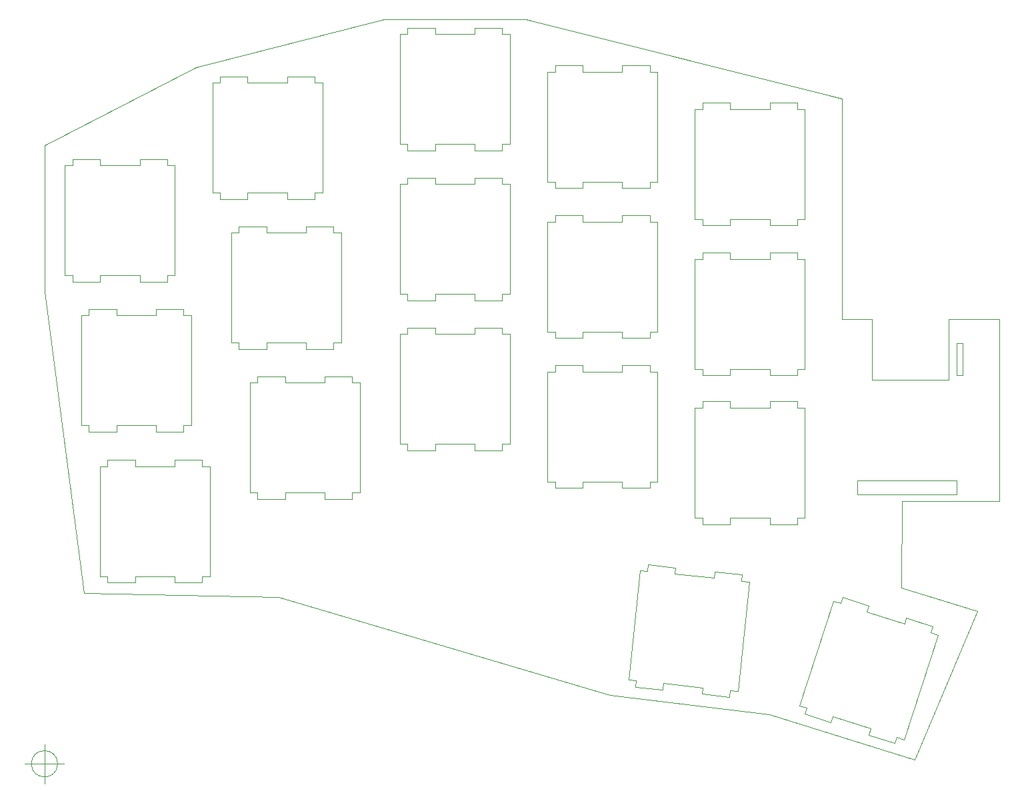
<source format=gm1>
%TF.GenerationSoftware,KiCad,Pcbnew,(6.0.7)*%
%TF.CreationDate,2022-09-04T15:46:55+09:00*%
%TF.ProjectId,selen_plate,73656c65-6e5f-4706-9c61-74652e6b6963,rev?*%
%TF.SameCoordinates,Original*%
%TF.FileFunction,Profile,NP*%
%FSLAX46Y46*%
G04 Gerber Fmt 4.6, Leading zero omitted, Abs format (unit mm)*
G04 Created by KiCad (PCBNEW (6.0.7)) date 2022-09-04 15:46:55*
%MOMM*%
%LPD*%
G01*
G04 APERTURE LIST*
%TA.AperFunction,Profile*%
%ADD10C,0.100000*%
%TD*%
G04 APERTURE END LIST*
D10*
X111760106Y-126172740D02*
X111760106Y-126172740D01*
X102261458Y-111400000D02*
X98761413Y-111400000D01*
X107290612Y-126995946D02*
X110790658Y-126995946D01*
X107290612Y-126995946D02*
X107290612Y-126995946D01*
X110790658Y-126172740D02*
X110790658Y-126172740D01*
X107290608Y-111400000D02*
X107290608Y-112202534D01*
X110790654Y-112202534D02*
X110790654Y-111400000D01*
X102261458Y-112202534D02*
X102261458Y-111400000D01*
X102261458Y-111400000D02*
X102261458Y-111400000D01*
X97789895Y-112202534D02*
X97789895Y-112202534D01*
X107290608Y-112202534D02*
X107290608Y-112202534D01*
X102261462Y-126995946D02*
X102261462Y-126172740D01*
X98761416Y-126995946D02*
X98761416Y-126995946D01*
X107290612Y-126172740D02*
X107290612Y-126995946D01*
X102261462Y-126172740D02*
X107290612Y-126172740D01*
X98761413Y-112202534D02*
X98761413Y-112202534D01*
X98761416Y-126995946D02*
X102261462Y-126995946D01*
X110790654Y-111400000D02*
X110790654Y-111400000D01*
X107290612Y-126172740D02*
X107290612Y-126172740D01*
X111760106Y-126172740D02*
X111760106Y-112202534D01*
X98761416Y-126172740D02*
X98761416Y-126995946D01*
X110790658Y-126995946D02*
X110790658Y-126995946D01*
X102261462Y-126172740D02*
X102261462Y-126172740D01*
X97789895Y-112202534D02*
X97789899Y-126172740D01*
X98761413Y-111400000D02*
X98761413Y-111400000D01*
X110790658Y-126995946D02*
X110790658Y-126172740D01*
X98761413Y-111400000D02*
X98761413Y-112202534D01*
X102261462Y-126995946D02*
X102261462Y-126995946D01*
X97789899Y-126172740D02*
X98761416Y-126172740D01*
X111760106Y-112202534D02*
X110790654Y-112202534D01*
X110790658Y-126172740D02*
X111760106Y-126172740D01*
X111760106Y-112202534D02*
X111760106Y-112202534D01*
X110790654Y-112202534D02*
X110790654Y-112202534D01*
X110790654Y-111400000D02*
X107290608Y-111400000D01*
X98761413Y-112202534D02*
X97789895Y-112202534D01*
X107290608Y-111400000D02*
X107290608Y-111400000D01*
X102261458Y-112202534D02*
X102261458Y-112202534D01*
X98761416Y-126172740D02*
X98761416Y-126172740D01*
X107290608Y-112202534D02*
X102261458Y-112202534D01*
X145390612Y-72091723D02*
X148890658Y-72091723D01*
X135889895Y-57298311D02*
X135889895Y-57298311D01*
X140361462Y-72091723D02*
X140361462Y-71268517D01*
X145390612Y-71268517D02*
X145390612Y-72091723D01*
X145390612Y-72091723D02*
X145390612Y-72091723D01*
X136861416Y-72091723D02*
X136861416Y-72091723D01*
X136861413Y-57298311D02*
X136861413Y-57298311D01*
X148890658Y-72091723D02*
X148890658Y-71268517D01*
X136861416Y-72091723D02*
X140361462Y-72091723D01*
X145390612Y-71268517D02*
X145390612Y-71268517D01*
X149860106Y-71268517D02*
X149860106Y-57298311D01*
X136861416Y-71268517D02*
X136861416Y-72091723D01*
X149860106Y-71268517D02*
X149860106Y-71268517D01*
X148890654Y-56495777D02*
X148890654Y-56495777D01*
X145390608Y-56495777D02*
X145390608Y-57298311D01*
X148890654Y-57298311D02*
X148890654Y-56495777D01*
X135889895Y-57298311D02*
X135889899Y-71268517D01*
X148890658Y-71268517D02*
X149860106Y-71268517D01*
X136861413Y-56495777D02*
X136861413Y-56495777D01*
X148890654Y-57298311D02*
X148890654Y-57298311D01*
X136861413Y-57298311D02*
X135889895Y-57298311D01*
X140361458Y-56495777D02*
X140361458Y-56495777D01*
X135889899Y-71268517D02*
X136861416Y-71268517D01*
X149860106Y-57298311D02*
X148890654Y-57298311D01*
X136861413Y-56495777D02*
X136861413Y-57298311D01*
X145390608Y-57298311D02*
X140361458Y-57298311D01*
X148890658Y-71268517D02*
X148890658Y-71268517D01*
X140361458Y-56495777D02*
X136861413Y-56495777D01*
X148890654Y-56495777D02*
X145390608Y-56495777D01*
X145390608Y-57298311D02*
X145390608Y-57298311D01*
X140361462Y-72091723D02*
X140361462Y-72091723D01*
X145390608Y-56495777D02*
X145390608Y-56495777D01*
X140361458Y-57298311D02*
X140361458Y-56495777D01*
X148890658Y-72091723D02*
X148890658Y-72091723D01*
X136861416Y-71268517D02*
X136861416Y-71268517D01*
X140361462Y-71268517D02*
X140361462Y-71268517D01*
X149860106Y-57298311D02*
X149860106Y-57298311D01*
X140361458Y-57298311D02*
X140361458Y-57298311D01*
X140361462Y-71268517D02*
X145390612Y-71268517D01*
X116548962Y-77459767D02*
X121578112Y-77459767D01*
X116548958Y-63489561D02*
X116548958Y-63489561D01*
X126047606Y-63489561D02*
X126047606Y-63489561D01*
X125078158Y-78282973D02*
X125078158Y-78282973D01*
X121578108Y-62687027D02*
X121578108Y-62687027D01*
X116548962Y-78282973D02*
X116548962Y-78282973D01*
X125078154Y-62687027D02*
X121578108Y-62687027D01*
X116548958Y-62687027D02*
X113048913Y-62687027D01*
X121578108Y-63489561D02*
X116548958Y-63489561D01*
X113048913Y-62687027D02*
X113048913Y-63489561D01*
X126047606Y-63489561D02*
X125078154Y-63489561D01*
X112077399Y-77459767D02*
X113048916Y-77459767D01*
X116548958Y-62687027D02*
X116548958Y-62687027D01*
X113048913Y-63489561D02*
X112077395Y-63489561D01*
X125078154Y-63489561D02*
X125078154Y-63489561D01*
X113048913Y-62687027D02*
X113048913Y-62687027D01*
X125078158Y-77459767D02*
X126047606Y-77459767D01*
X121578108Y-62687027D02*
X121578108Y-63489561D01*
X125078154Y-62687027D02*
X125078154Y-62687027D01*
X112077395Y-63489561D02*
X112077399Y-77459767D01*
X126047606Y-77459767D02*
X126047606Y-77459767D01*
X116548962Y-77459767D02*
X116548962Y-77459767D01*
X113048916Y-77459767D02*
X113048916Y-78282973D01*
X126047606Y-77459767D02*
X126047606Y-63489561D01*
X121578112Y-77459767D02*
X121578112Y-77459767D01*
X113048916Y-77459767D02*
X113048916Y-77459767D01*
X113048916Y-78282973D02*
X116548962Y-78282973D01*
X125078158Y-78282973D02*
X125078158Y-77459767D01*
X113048913Y-63489561D02*
X113048913Y-63489561D01*
X113048916Y-78282973D02*
X113048916Y-78282973D01*
X121578112Y-78282973D02*
X121578112Y-78282973D01*
X121578112Y-77459767D02*
X121578112Y-78282973D01*
X116548962Y-78282973D02*
X116548962Y-77459767D01*
X121578108Y-63489561D02*
X121578108Y-63489561D01*
X116548958Y-63489561D02*
X116548958Y-62687027D01*
X125078158Y-77459767D02*
X125078158Y-77459767D01*
X112077395Y-63489561D02*
X112077395Y-63489561D01*
X125078154Y-63489561D02*
X125078154Y-62687027D01*
X121578112Y-78282973D02*
X125078158Y-78282973D01*
X104909358Y-93017061D02*
X99880208Y-93017061D01*
X96380166Y-106987267D02*
X96380166Y-106987267D01*
X99880208Y-93017061D02*
X99880208Y-93017061D01*
X104909358Y-92214527D02*
X104909358Y-92214527D01*
X108409404Y-92214527D02*
X104909358Y-92214527D01*
X108409404Y-93017061D02*
X108409404Y-93017061D01*
X109378856Y-93017061D02*
X109378856Y-93017061D01*
X108409408Y-106987267D02*
X109378856Y-106987267D01*
X95408649Y-106987267D02*
X96380166Y-106987267D01*
X99880212Y-107810473D02*
X99880212Y-107810473D01*
X96380163Y-92214527D02*
X96380163Y-93017061D01*
X108409408Y-107810473D02*
X108409408Y-106987267D01*
X96380163Y-92214527D02*
X96380163Y-92214527D01*
X95408645Y-93017061D02*
X95408649Y-106987267D01*
X99880212Y-106987267D02*
X99880212Y-106987267D01*
X108409408Y-107810473D02*
X108409408Y-107810473D01*
X96380166Y-106987267D02*
X96380166Y-107810473D01*
X109378856Y-106987267D02*
X109378856Y-93017061D01*
X96380166Y-107810473D02*
X99880212Y-107810473D01*
X99880212Y-106987267D02*
X104909362Y-106987267D01*
X104909362Y-106987267D02*
X104909362Y-107810473D01*
X96380166Y-107810473D02*
X96380166Y-107810473D01*
X99880212Y-107810473D02*
X99880212Y-106987267D01*
X104909362Y-106987267D02*
X104909362Y-106987267D01*
X104909358Y-93017061D02*
X104909358Y-93017061D01*
X99880208Y-92214527D02*
X99880208Y-92214527D01*
X108409404Y-93017061D02*
X108409404Y-92214527D01*
X109378856Y-93017061D02*
X108409404Y-93017061D01*
X96380163Y-93017061D02*
X95408645Y-93017061D01*
X104909358Y-92214527D02*
X104909358Y-93017061D01*
X96380163Y-93017061D02*
X96380163Y-93017061D01*
X108409404Y-92214527D02*
X108409404Y-92214527D01*
X108409408Y-106987267D02*
X108409408Y-106987267D01*
X104909362Y-107810473D02*
X104909362Y-107810473D01*
X104909362Y-107810473D02*
X108409408Y-107810473D01*
X99880208Y-93017061D02*
X99880208Y-92214527D01*
X99880208Y-92214527D02*
X96380163Y-92214527D01*
X109378856Y-106987267D02*
X109378856Y-106987267D01*
X95408645Y-93017061D02*
X95408645Y-93017061D01*
X159093958Y-62060811D02*
X159093958Y-62060811D01*
X159093962Y-76854223D02*
X159093962Y-76854223D01*
X159093958Y-61258277D02*
X159093958Y-61258277D01*
X159093962Y-76854223D02*
X159093962Y-76031017D01*
X167623154Y-61258277D02*
X167623154Y-61258277D01*
X164123112Y-76031017D02*
X164123112Y-76854223D01*
X168592606Y-76031017D02*
X168592606Y-76031017D01*
X155593916Y-76031017D02*
X155593916Y-76031017D01*
X155593913Y-62060811D02*
X155593913Y-62060811D01*
X164123108Y-62060811D02*
X164123108Y-62060811D01*
X155593916Y-76854223D02*
X159093962Y-76854223D01*
X167623154Y-61258277D02*
X164123108Y-61258277D01*
X164123108Y-61258277D02*
X164123108Y-62060811D01*
X164123112Y-76031017D02*
X164123112Y-76031017D01*
X159093958Y-61258277D02*
X155593913Y-61258277D01*
X167623158Y-76031017D02*
X167623158Y-76031017D01*
X167623158Y-76854223D02*
X167623158Y-76031017D01*
X159093962Y-76031017D02*
X164123112Y-76031017D01*
X167623154Y-62060811D02*
X167623154Y-62060811D01*
X155593913Y-62060811D02*
X154622395Y-62060811D01*
X155593916Y-76031017D02*
X155593916Y-76854223D01*
X167623158Y-76854223D02*
X167623158Y-76854223D01*
X167623158Y-76031017D02*
X168592606Y-76031017D01*
X159093962Y-76031017D02*
X159093962Y-76031017D01*
X155593913Y-61258277D02*
X155593913Y-62060811D01*
X168592606Y-62060811D02*
X168592606Y-62060811D01*
X168592606Y-62060811D02*
X167623154Y-62060811D01*
X159093958Y-62060811D02*
X159093958Y-61258277D01*
X154622399Y-76031017D02*
X155593916Y-76031017D01*
X155593913Y-61258277D02*
X155593913Y-61258277D01*
X168592606Y-76031017D02*
X168592606Y-62060811D01*
X164123108Y-61258277D02*
X164123108Y-61258277D01*
X155593916Y-76854223D02*
X155593916Y-76854223D01*
X164123108Y-62060811D02*
X159093958Y-62060811D01*
X164123112Y-76854223D02*
X164123112Y-76854223D01*
X167623154Y-62060811D02*
X167623154Y-61258277D01*
X164123112Y-76854223D02*
X167623158Y-76854223D01*
X154622395Y-62060811D02*
X154622399Y-76031017D01*
X154622395Y-62060811D02*
X154622395Y-62060811D01*
X179377860Y-125970026D02*
X179377860Y-125970026D01*
X165870347Y-139404442D02*
X165870347Y-139404442D01*
X177747643Y-141480536D02*
X177747643Y-141480536D01*
X167330629Y-125510766D02*
X167330629Y-125510766D01*
X164904152Y-139302891D02*
X165870347Y-139404442D01*
X179377860Y-125970026D02*
X175896987Y-125604172D01*
X170895388Y-125078482D02*
X170895388Y-125078482D01*
X169265171Y-140588993D02*
X169265171Y-140588993D01*
X174266771Y-141114682D02*
X177747643Y-141480536D01*
X170895388Y-125078482D02*
X167414516Y-124712628D01*
X169351220Y-139770296D02*
X174352820Y-140295986D01*
X165784299Y-140223138D02*
X169265171Y-140588993D01*
X178797829Y-140763175D02*
X180258113Y-126869499D01*
X174352820Y-140295986D02*
X174266771Y-141114682D01*
X179293972Y-126768164D02*
X179377860Y-125970026D01*
X167414516Y-124712628D02*
X167330629Y-125510766D01*
X169351220Y-139770296D02*
X169351220Y-139770296D01*
X178797829Y-140763175D02*
X178797829Y-140763175D01*
X175896987Y-125604172D02*
X175896987Y-125604172D01*
X167330629Y-125510766D02*
X166364433Y-125409214D01*
X167414516Y-124712628D02*
X167414516Y-124712628D01*
X165870347Y-139404442D02*
X165784299Y-140223138D01*
X175813100Y-126402309D02*
X175813100Y-126402309D01*
X166364433Y-125409214D02*
X164904152Y-139302891D01*
X177833692Y-140661840D02*
X177833692Y-140661840D01*
X175896987Y-125604172D02*
X175813100Y-126402309D01*
X177833692Y-140661840D02*
X178797829Y-140763175D01*
X177747643Y-141480536D02*
X177833692Y-140661840D01*
X170811500Y-125876620D02*
X170811500Y-125876620D01*
X174352820Y-140295986D02*
X174352820Y-140295986D01*
X180258113Y-126869499D02*
X179293972Y-126768164D01*
X180258113Y-126869499D02*
X180258113Y-126869499D01*
X165784299Y-140223138D02*
X165784299Y-140223138D01*
X169265171Y-140588993D02*
X169351220Y-139770296D01*
X174266771Y-141114682D02*
X174266771Y-141114682D01*
X175813100Y-126402309D02*
X170811500Y-125876620D01*
X170811500Y-125876620D02*
X170895388Y-125078482D01*
X179293972Y-126768164D02*
X179293972Y-126768164D01*
X166364433Y-125409214D02*
X166364433Y-125409214D01*
X177826462Y-100666723D02*
X177826462Y-100666723D01*
X186355654Y-85070777D02*
X186355654Y-85070777D01*
X174326416Y-99843517D02*
X174326416Y-99843517D01*
X186355658Y-100666723D02*
X186355658Y-100666723D01*
X174326413Y-85873311D02*
X174326413Y-85873311D01*
X177826458Y-85873311D02*
X177826458Y-85070777D01*
X186355654Y-85070777D02*
X182855608Y-85070777D01*
X177826458Y-85070777D02*
X177826458Y-85070777D01*
X177826458Y-85070777D02*
X174326413Y-85070777D01*
X186355658Y-99843517D02*
X186355658Y-99843517D01*
X187325106Y-99843517D02*
X187325106Y-85873311D01*
X182855612Y-99843517D02*
X182855612Y-100666723D01*
X186355654Y-85873311D02*
X186355654Y-85070777D01*
X174326413Y-85070777D02*
X174326413Y-85873311D01*
X182855612Y-99843517D02*
X182855612Y-99843517D01*
X177826462Y-99843517D02*
X177826462Y-99843517D01*
X177826462Y-100666723D02*
X177826462Y-99843517D01*
X174326413Y-85873311D02*
X173354895Y-85873311D01*
X177826458Y-85873311D02*
X177826458Y-85873311D01*
X182855608Y-85070777D02*
X182855608Y-85070777D01*
X174326413Y-85070777D02*
X174326413Y-85070777D01*
X173354899Y-99843517D02*
X174326416Y-99843517D01*
X177826462Y-99843517D02*
X182855612Y-99843517D01*
X182855608Y-85070777D02*
X182855608Y-85873311D01*
X174326416Y-99843517D02*
X174326416Y-100666723D01*
X186355658Y-99843517D02*
X187325106Y-99843517D01*
X174326416Y-100666723D02*
X177826462Y-100666723D01*
X187325106Y-85873311D02*
X186355654Y-85873311D01*
X187325106Y-85873311D02*
X187325106Y-85873311D01*
X182855608Y-85873311D02*
X182855608Y-85873311D01*
X186355658Y-100666723D02*
X186355658Y-99843517D01*
X173354895Y-85873311D02*
X173354899Y-99843517D01*
X174326416Y-100666723D02*
X174326416Y-100666723D01*
X182855612Y-100666723D02*
X182855612Y-100666723D01*
X187325106Y-99843517D02*
X187325106Y-99843517D01*
X182855608Y-85873311D02*
X177826458Y-85873311D01*
X186355654Y-85873311D02*
X186355654Y-85873311D01*
X173354895Y-85873311D02*
X173354895Y-85873311D01*
X182855612Y-100666723D02*
X186355658Y-100666723D01*
X154622395Y-81110811D02*
X154622395Y-81110811D01*
X164123112Y-95904223D02*
X167623158Y-95904223D01*
X167623154Y-81110811D02*
X167623154Y-80308277D01*
X164123112Y-95904223D02*
X164123112Y-95904223D01*
X155593916Y-95904223D02*
X155593916Y-95904223D01*
X155593913Y-80308277D02*
X155593913Y-80308277D01*
X154622399Y-95081017D02*
X155593916Y-95081017D01*
X168592606Y-81110811D02*
X167623154Y-81110811D01*
X168592606Y-81110811D02*
X168592606Y-81110811D01*
X155593913Y-80308277D02*
X155593913Y-81110811D01*
X159093962Y-95081017D02*
X159093962Y-95081017D01*
X167623158Y-95081017D02*
X168592606Y-95081017D01*
X155593916Y-95081017D02*
X155593916Y-95904223D01*
X155593913Y-81110811D02*
X154622395Y-81110811D01*
X154622395Y-81110811D02*
X154622399Y-95081017D01*
X164123108Y-81110811D02*
X159093958Y-81110811D01*
X167623154Y-81110811D02*
X167623154Y-81110811D01*
X159093962Y-95081017D02*
X164123112Y-95081017D01*
X167623158Y-95081017D02*
X167623158Y-95081017D01*
X159093958Y-80308277D02*
X155593913Y-80308277D01*
X164123112Y-95081017D02*
X164123112Y-95081017D01*
X164123108Y-80308277D02*
X164123108Y-81110811D01*
X167623154Y-80308277D02*
X164123108Y-80308277D01*
X155593916Y-95904223D02*
X159093962Y-95904223D01*
X164123108Y-80308277D02*
X164123108Y-80308277D01*
X168592606Y-95081017D02*
X168592606Y-81110811D01*
X164123108Y-81110811D02*
X164123108Y-81110811D01*
X167623158Y-95904223D02*
X167623158Y-95081017D01*
X159093958Y-81110811D02*
X159093958Y-80308277D01*
X155593913Y-81110811D02*
X155593913Y-81110811D01*
X167623158Y-95904223D02*
X167623158Y-95904223D01*
X168592606Y-95081017D02*
X168592606Y-95081017D01*
X155593916Y-95081017D02*
X155593916Y-95081017D01*
X164123112Y-95081017D02*
X164123112Y-95904223D01*
X167623154Y-80308277D02*
X167623154Y-80308277D01*
X159093962Y-95904223D02*
X159093962Y-95081017D01*
X159093962Y-95904223D02*
X159093962Y-95904223D01*
X159093958Y-80308277D02*
X159093958Y-80308277D01*
X159093958Y-81110811D02*
X159093958Y-81110811D01*
X140361462Y-90318517D02*
X145390612Y-90318517D01*
X140361458Y-76348311D02*
X140361458Y-76348311D01*
X149860106Y-76348311D02*
X149860106Y-76348311D01*
X136861416Y-90318517D02*
X136861416Y-90318517D01*
X148890658Y-91141723D02*
X148890658Y-91141723D01*
X140361458Y-76348311D02*
X140361458Y-75545777D01*
X145390608Y-76348311D02*
X145390608Y-76348311D01*
X148890654Y-75545777D02*
X145390608Y-75545777D01*
X140361458Y-75545777D02*
X136861413Y-75545777D01*
X148890658Y-90318517D02*
X148890658Y-90318517D01*
X136861413Y-75545777D02*
X136861413Y-76348311D01*
X149860106Y-76348311D02*
X148890654Y-76348311D01*
X135889899Y-90318517D02*
X136861416Y-90318517D01*
X145390608Y-76348311D02*
X140361458Y-76348311D01*
X136861413Y-76348311D02*
X135889895Y-76348311D01*
X145390608Y-75545777D02*
X145390608Y-75545777D01*
X148890658Y-90318517D02*
X149860106Y-90318517D01*
X135889895Y-76348311D02*
X135889899Y-90318517D01*
X148890654Y-76348311D02*
X148890654Y-75545777D01*
X140361462Y-91141723D02*
X140361462Y-91141723D01*
X145390608Y-75545777D02*
X145390608Y-76348311D01*
X148890654Y-75545777D02*
X148890654Y-75545777D01*
X149860106Y-90318517D02*
X149860106Y-90318517D01*
X136861416Y-90318517D02*
X136861416Y-91141723D01*
X149860106Y-90318517D02*
X149860106Y-76348311D01*
X140361462Y-90318517D02*
X140361462Y-90318517D01*
X145390612Y-90318517D02*
X145390612Y-90318517D01*
X136861416Y-91141723D02*
X140361462Y-91141723D01*
X148890658Y-91141723D02*
X148890658Y-90318517D01*
X136861413Y-76348311D02*
X136861413Y-76348311D01*
X136861416Y-91141723D02*
X136861416Y-91141723D01*
X136861413Y-75545777D02*
X136861413Y-75545777D01*
X145390612Y-91141723D02*
X145390612Y-91141723D01*
X148890654Y-76348311D02*
X148890654Y-76348311D01*
X145390612Y-90318517D02*
X145390612Y-91141723D01*
X140361462Y-91141723D02*
X140361462Y-90318517D01*
X140361458Y-75545777D02*
X140361458Y-75545777D01*
X135889895Y-76348311D02*
X135889895Y-76348311D01*
X145390612Y-91141723D02*
X148890658Y-91141723D01*
X121311458Y-101589561D02*
X121311458Y-101589561D01*
X126340608Y-100787027D02*
X126340608Y-100787027D01*
X117811413Y-101589561D02*
X116839895Y-101589561D01*
X129840654Y-100787027D02*
X126340608Y-100787027D01*
X129840654Y-101589561D02*
X129840654Y-101589561D01*
X129840658Y-115559767D02*
X130810106Y-115559767D01*
X130810106Y-101589561D02*
X129840654Y-101589561D01*
X116839899Y-115559767D02*
X117811416Y-115559767D01*
X121311462Y-116382973D02*
X121311462Y-116382973D01*
X117811416Y-115559767D02*
X117811416Y-115559767D01*
X117811413Y-100787027D02*
X117811413Y-101589561D01*
X117811413Y-100787027D02*
X117811413Y-100787027D01*
X116839895Y-101589561D02*
X116839899Y-115559767D01*
X121311462Y-115559767D02*
X121311462Y-115559767D01*
X117811416Y-115559767D02*
X117811416Y-116382973D01*
X130810106Y-115559767D02*
X130810106Y-101589561D01*
X126340612Y-115559767D02*
X126340612Y-115559767D01*
X117811416Y-116382973D02*
X121311462Y-116382973D01*
X129840658Y-116382973D02*
X129840658Y-115559767D01*
X117811413Y-101589561D02*
X117811413Y-101589561D01*
X121311462Y-115559767D02*
X126340612Y-115559767D01*
X126340612Y-115559767D02*
X126340612Y-116382973D01*
X130810106Y-101589561D02*
X130810106Y-101589561D01*
X117811416Y-116382973D02*
X117811416Y-116382973D01*
X126340608Y-101589561D02*
X121311458Y-101589561D01*
X121311462Y-116382973D02*
X121311462Y-115559767D01*
X126340608Y-101589561D02*
X126340608Y-101589561D01*
X121311458Y-100787027D02*
X121311458Y-100787027D01*
X126340608Y-100787027D02*
X126340608Y-101589561D01*
X121311458Y-101589561D02*
X121311458Y-100787027D01*
X129840658Y-115559767D02*
X129840658Y-115559767D01*
X126340612Y-116382973D02*
X126340612Y-116382973D01*
X129840658Y-116382973D02*
X129840658Y-116382973D01*
X116839895Y-101589561D02*
X116839895Y-101589561D01*
X129840654Y-101589561D02*
X129840654Y-100787027D01*
X126340612Y-116382973D02*
X129840658Y-116382973D01*
X121311458Y-100787027D02*
X117811413Y-100787027D01*
X129840654Y-100787027D02*
X129840654Y-100787027D01*
X130810106Y-115559767D02*
X130810106Y-115559767D01*
X159093958Y-100160811D02*
X159093958Y-100160811D01*
X159093962Y-114954223D02*
X159093962Y-114954223D01*
X167623154Y-99358277D02*
X167623154Y-99358277D01*
X159093958Y-99358277D02*
X159093958Y-99358277D01*
X155593916Y-114131017D02*
X155593916Y-114131017D01*
X167623158Y-114954223D02*
X167623158Y-114954223D01*
X155593913Y-100160811D02*
X155593913Y-100160811D01*
X159093958Y-100160811D02*
X159093958Y-99358277D01*
X164123108Y-100160811D02*
X164123108Y-100160811D01*
X167623154Y-99358277D02*
X164123108Y-99358277D01*
X164123108Y-99358277D02*
X164123108Y-100160811D01*
X159093958Y-99358277D02*
X155593913Y-99358277D01*
X167623158Y-114131017D02*
X167623158Y-114131017D01*
X168592606Y-114131017D02*
X168592606Y-100160811D01*
X164123112Y-114131017D02*
X164123112Y-114131017D01*
X164123108Y-100160811D02*
X159093958Y-100160811D01*
X155593913Y-100160811D02*
X154622395Y-100160811D01*
X164123108Y-99358277D02*
X164123108Y-99358277D01*
X159093962Y-114131017D02*
X164123112Y-114131017D01*
X155593916Y-114131017D02*
X155593916Y-114954223D01*
X167623158Y-114131017D02*
X168592606Y-114131017D01*
X159093962Y-114131017D02*
X159093962Y-114131017D01*
X155593913Y-99358277D02*
X155593913Y-100160811D01*
X155593916Y-114954223D02*
X159093962Y-114954223D01*
X168592606Y-100160811D02*
X168592606Y-100160811D01*
X167623158Y-114954223D02*
X167623158Y-114131017D01*
X168592606Y-100160811D02*
X167623154Y-100160811D01*
X154622399Y-114131017D02*
X155593916Y-114131017D01*
X154622395Y-100160811D02*
X154622399Y-114131017D01*
X155593916Y-114954223D02*
X155593916Y-114954223D01*
X155593913Y-99358277D02*
X155593913Y-99358277D01*
X164123112Y-114954223D02*
X164123112Y-114954223D01*
X167623154Y-100160811D02*
X167623154Y-99358277D01*
X168592606Y-114131017D02*
X168592606Y-114131017D01*
X167623154Y-100160811D02*
X167623154Y-100160811D01*
X164123112Y-114131017D02*
X164123112Y-114954223D01*
X159093962Y-114954223D02*
X159093962Y-114131017D01*
X154622395Y-100160811D02*
X154622395Y-100160811D01*
X164123112Y-114954223D02*
X167623158Y-114954223D01*
X145390612Y-110191723D02*
X148890658Y-110191723D01*
X135889895Y-95398311D02*
X135889895Y-95398311D01*
X140361462Y-110191723D02*
X140361462Y-109368517D01*
X145390612Y-109368517D02*
X145390612Y-110191723D01*
X148890654Y-95398311D02*
X148890654Y-95398311D01*
X145390612Y-110191723D02*
X145390612Y-110191723D01*
X136861413Y-94595777D02*
X136861413Y-94595777D01*
X136861416Y-110191723D02*
X136861416Y-110191723D01*
X148890658Y-110191723D02*
X148890658Y-109368517D01*
X136861416Y-110191723D02*
X140361462Y-110191723D01*
X140361462Y-109368517D02*
X140361462Y-109368517D01*
X149860106Y-109368517D02*
X149860106Y-109368517D01*
X148890654Y-95398311D02*
X148890654Y-94595777D01*
X148890658Y-109368517D02*
X149860106Y-109368517D01*
X136861416Y-109368517D02*
X136861416Y-110191723D01*
X135889895Y-95398311D02*
X135889899Y-109368517D01*
X145390608Y-94595777D02*
X145390608Y-94595777D01*
X136861413Y-95398311D02*
X135889895Y-95398311D01*
X145390608Y-95398311D02*
X140361458Y-95398311D01*
X135889899Y-109368517D02*
X136861416Y-109368517D01*
X145390612Y-109368517D02*
X145390612Y-109368517D01*
X149860106Y-95398311D02*
X148890654Y-95398311D01*
X149860106Y-109368517D02*
X149860106Y-95398311D01*
X148890658Y-109368517D02*
X148890658Y-109368517D01*
X140361458Y-94595777D02*
X136861413Y-94595777D01*
X145390608Y-94595777D02*
X145390608Y-95398311D01*
X148890654Y-94595777D02*
X145390608Y-94595777D01*
X145390608Y-95398311D02*
X145390608Y-95398311D01*
X140361458Y-95398311D02*
X140361458Y-94595777D01*
X148890658Y-110191723D02*
X148890658Y-110191723D01*
X136861416Y-109368517D02*
X136861416Y-109368517D01*
X136861413Y-94595777D02*
X136861413Y-95398311D01*
X149860106Y-95398311D02*
X149860106Y-95398311D01*
X140361458Y-94595777D02*
X140361458Y-94595777D01*
X148890654Y-94595777D02*
X148890654Y-94595777D01*
X140361462Y-110191723D02*
X140361462Y-110191723D01*
X140361458Y-95398311D02*
X140361458Y-95398311D01*
X136861413Y-95398311D02*
X136861413Y-95398311D01*
X140361462Y-109368517D02*
X145390612Y-109368517D01*
X123959362Y-97332973D02*
X127459408Y-97332973D01*
X127459404Y-82539561D02*
X127459404Y-81737027D01*
X114458645Y-82539561D02*
X114458645Y-82539561D01*
X127459408Y-96509767D02*
X127459408Y-96509767D01*
X118930208Y-82539561D02*
X118930208Y-81737027D01*
X123959358Y-82539561D02*
X123959358Y-82539561D01*
X118930212Y-97332973D02*
X118930212Y-96509767D01*
X123959362Y-96509767D02*
X123959362Y-97332973D01*
X115430163Y-82539561D02*
X115430163Y-82539561D01*
X127459408Y-97332973D02*
X127459408Y-96509767D01*
X115430166Y-97332973D02*
X118930212Y-97332973D01*
X123959362Y-96509767D02*
X123959362Y-96509767D01*
X128428856Y-96509767D02*
X128428856Y-82539561D01*
X123959362Y-97332973D02*
X123959362Y-97332973D01*
X115430166Y-96509767D02*
X115430166Y-97332973D01*
X118930212Y-96509767D02*
X118930212Y-96509767D01*
X128428856Y-96509767D02*
X128428856Y-96509767D01*
X114458645Y-82539561D02*
X114458649Y-96509767D01*
X127459404Y-81737027D02*
X127459404Y-81737027D01*
X115430163Y-81737027D02*
X115430163Y-81737027D01*
X118930208Y-81737027D02*
X118930208Y-81737027D01*
X114458649Y-96509767D02*
X115430166Y-96509767D01*
X123959358Y-81737027D02*
X123959358Y-82539561D01*
X128428856Y-82539561D02*
X127459404Y-82539561D01*
X115430163Y-81737027D02*
X115430163Y-82539561D01*
X115430166Y-96509767D02*
X115430166Y-96509767D01*
X127459408Y-96509767D02*
X128428856Y-96509767D01*
X123959358Y-82539561D02*
X118930208Y-82539561D01*
X115430166Y-97332973D02*
X115430166Y-97332973D01*
X127459404Y-82539561D02*
X127459404Y-82539561D01*
X118930208Y-81737027D02*
X115430163Y-81737027D01*
X127459404Y-81737027D02*
X123959358Y-81737027D01*
X118930212Y-97332973D02*
X118930212Y-97332973D01*
X115430163Y-82539561D02*
X114458645Y-82539561D01*
X123959358Y-81737027D02*
X123959358Y-81737027D01*
X127459408Y-97332973D02*
X127459408Y-97332973D01*
X128428856Y-82539561D02*
X128428856Y-82539561D01*
X118930212Y-96509767D02*
X123959362Y-96509767D01*
X118930208Y-82539561D02*
X118930208Y-82539561D01*
X93344895Y-73967061D02*
X93344895Y-73967061D01*
X97816458Y-73164527D02*
X94316413Y-73164527D01*
X97816458Y-73967061D02*
X97816458Y-73164527D01*
X102845612Y-88760473D02*
X106345658Y-88760473D01*
X102845612Y-88760473D02*
X102845612Y-88760473D01*
X106345658Y-87937267D02*
X106345658Y-87937267D01*
X106345654Y-73164527D02*
X106345654Y-73164527D01*
X94316413Y-73967061D02*
X93344895Y-73967061D01*
X107315106Y-73967061D02*
X106345654Y-73967061D01*
X106345654Y-73967061D02*
X106345654Y-73164527D01*
X97816458Y-73164527D02*
X97816458Y-73164527D01*
X102845608Y-73967061D02*
X102845608Y-73967061D01*
X102845612Y-87937267D02*
X102845612Y-87937267D01*
X97816462Y-88760473D02*
X97816462Y-87937267D01*
X102845612Y-87937267D02*
X102845612Y-88760473D01*
X97816462Y-87937267D02*
X102845612Y-87937267D01*
X94316416Y-88760473D02*
X97816462Y-88760473D01*
X94316416Y-87937267D02*
X94316416Y-88760473D01*
X93344895Y-73967061D02*
X93344899Y-87937267D01*
X94316413Y-73164527D02*
X94316413Y-73164527D01*
X94316416Y-88760473D02*
X94316416Y-88760473D01*
X106345658Y-88760473D02*
X106345658Y-87937267D01*
X94316413Y-73164527D02*
X94316413Y-73967061D01*
X97816462Y-88760473D02*
X97816462Y-88760473D01*
X106345658Y-88760473D02*
X106345658Y-88760473D01*
X93344899Y-87937267D02*
X94316416Y-87937267D01*
X106345658Y-87937267D02*
X107315106Y-87937267D01*
X107315106Y-87937267D02*
X107315106Y-87937267D01*
X107315106Y-87937267D02*
X107315106Y-73967061D01*
X107315106Y-73967061D02*
X107315106Y-73967061D01*
X106345654Y-73967061D02*
X106345654Y-73967061D01*
X106345654Y-73164527D02*
X102845608Y-73164527D01*
X94316413Y-73967061D02*
X94316413Y-73967061D01*
X97816462Y-87937267D02*
X97816462Y-87937267D01*
X102845608Y-73164527D02*
X102845608Y-73164527D01*
X97816458Y-73967061D02*
X97816458Y-73967061D01*
X94316416Y-87937267D02*
X94316416Y-87937267D01*
X102845608Y-73164527D02*
X102845608Y-73967061D01*
X102845608Y-73967061D02*
X97816458Y-73967061D01*
X173354895Y-104764561D02*
X173354895Y-104764561D01*
X186355654Y-104764561D02*
X186355654Y-104764561D01*
X182855608Y-104764561D02*
X177826458Y-104764561D01*
X182855612Y-119557973D02*
X182855612Y-119557973D01*
X174326416Y-119557973D02*
X174326416Y-119557973D01*
X187325106Y-104764561D02*
X187325106Y-104764561D01*
X187325106Y-104764561D02*
X186355654Y-104764561D01*
X186355658Y-119557973D02*
X186355658Y-118734767D01*
X186355658Y-118734767D02*
X187325106Y-118734767D01*
X182855608Y-103962027D02*
X182855608Y-104764561D01*
X173354895Y-104764561D02*
X173354899Y-118734767D01*
X174326416Y-118734767D02*
X174326416Y-119557973D01*
X174326413Y-103962027D02*
X174326413Y-103962027D01*
X182855608Y-103962027D02*
X182855608Y-103962027D01*
X187325106Y-118734767D02*
X187325106Y-118734767D01*
X174326413Y-104764561D02*
X173354895Y-104764561D01*
X177826462Y-119557973D02*
X177826462Y-118734767D01*
X182855608Y-104764561D02*
X182855608Y-104764561D01*
X177826462Y-118734767D02*
X177826462Y-118734767D01*
X182855612Y-118734767D02*
X182855612Y-118734767D01*
X174326413Y-103962027D02*
X174326413Y-104764561D01*
X186355654Y-104764561D02*
X186355654Y-103962027D01*
X177826458Y-104764561D02*
X177826458Y-104764561D01*
X182855612Y-118734767D02*
X182855612Y-119557973D01*
X187325106Y-118734767D02*
X187325106Y-104764561D01*
X174326416Y-119557973D02*
X177826462Y-119557973D01*
X186355658Y-118734767D02*
X186355658Y-118734767D01*
X177826458Y-103962027D02*
X174326413Y-103962027D01*
X182855612Y-119557973D02*
X186355658Y-119557973D01*
X177826458Y-103962027D02*
X177826458Y-103962027D01*
X186355654Y-103962027D02*
X182855608Y-103962027D01*
X173354899Y-118734767D02*
X174326416Y-118734767D01*
X177826458Y-104764561D02*
X177826458Y-103962027D01*
X174326413Y-104764561D02*
X174326413Y-104764561D01*
X177826462Y-118734767D02*
X182855612Y-118734767D01*
X186355658Y-119557973D02*
X186355658Y-119557973D01*
X174326416Y-118734767D02*
X174326416Y-118734767D01*
X186355654Y-103962027D02*
X186355654Y-103962027D01*
X177826462Y-119557973D02*
X177826462Y-119557973D01*
X203286643Y-133318061D02*
X203286643Y-133318061D01*
X190922187Y-129300606D02*
X190922187Y-129300606D01*
X199957902Y-132236488D02*
X195174896Y-130682395D01*
X195386490Y-146305860D02*
X195386490Y-146305860D01*
X204208647Y-133617639D02*
X204208647Y-133617639D01*
X204208647Y-133617639D02*
X203286643Y-133318061D01*
X195640875Y-145522944D02*
X195640875Y-145522944D01*
X195174896Y-130682395D02*
X195174896Y-130682395D01*
X198715232Y-147387434D02*
X198969616Y-146604518D01*
X200205899Y-131473233D02*
X199957902Y-132236488D01*
X198969616Y-146604518D02*
X198969616Y-146604518D01*
X190922187Y-129300606D02*
X186605160Y-142587063D01*
X199957902Y-132236488D02*
X199957902Y-132236488D01*
X187529127Y-142887278D02*
X187274743Y-143670193D01*
X191846155Y-129600822D02*
X190922187Y-129300606D01*
X200205899Y-131473233D02*
X200205899Y-131473233D01*
X199891616Y-146904094D02*
X199891616Y-146904094D01*
X192094152Y-128837566D02*
X191846155Y-129600822D01*
X203286643Y-133318061D02*
X203534640Y-132554806D01*
X195640875Y-145522944D02*
X195386490Y-146305860D01*
X199891616Y-146904094D02*
X204208647Y-133617639D01*
X187274743Y-143670193D02*
X190603484Y-144751767D01*
X195174896Y-130682395D02*
X195422893Y-129919140D01*
X190603484Y-144751767D02*
X190857869Y-143968852D01*
X190857869Y-143968852D02*
X195640875Y-145522944D01*
X195422893Y-129919140D02*
X192094152Y-128837566D01*
X195386490Y-146305860D02*
X198715232Y-147387434D01*
X190603484Y-144751767D02*
X190603484Y-144751767D01*
X195422893Y-129919140D02*
X195422893Y-129919140D01*
X190857869Y-143968852D02*
X190857869Y-143968852D01*
X203534640Y-132554806D02*
X200205899Y-131473233D01*
X187274743Y-143670193D02*
X187274743Y-143670193D01*
X186605160Y-142587063D02*
X187529127Y-142887278D01*
X191846155Y-129600822D02*
X191846155Y-129600822D01*
X192094152Y-128837566D02*
X192094152Y-128837566D01*
X198715232Y-147387434D02*
X198715232Y-147387434D01*
X187529127Y-142887278D02*
X187529127Y-142887278D01*
X198969616Y-146604518D02*
X199891616Y-146904094D01*
X203534640Y-132554806D02*
X203534640Y-132554806D01*
X182855612Y-81616723D02*
X186355658Y-81616723D01*
X173354895Y-66823311D02*
X173354895Y-66823311D01*
X186355654Y-66823311D02*
X186355654Y-66823311D01*
X187325106Y-80793517D02*
X187325106Y-80793517D01*
X182855612Y-81616723D02*
X182855612Y-81616723D01*
X174326416Y-81616723D02*
X174326416Y-81616723D01*
X173354895Y-66823311D02*
X173354899Y-80793517D01*
X186355658Y-81616723D02*
X186355658Y-80793517D01*
X187325106Y-66823311D02*
X187325106Y-66823311D01*
X174326416Y-81616723D02*
X177826462Y-81616723D01*
X186355658Y-80793517D02*
X187325106Y-80793517D01*
X174326416Y-80793517D02*
X174326416Y-81616723D01*
X177826462Y-80793517D02*
X182855612Y-80793517D01*
X173354899Y-80793517D02*
X174326416Y-80793517D01*
X182855608Y-66020777D02*
X182855608Y-66020777D01*
X174326413Y-66823311D02*
X173354895Y-66823311D01*
X182855608Y-66823311D02*
X177826458Y-66823311D01*
X177826462Y-81616723D02*
X177826462Y-80793517D01*
X177826462Y-80793517D02*
X177826462Y-80793517D01*
X182855612Y-80793517D02*
X182855612Y-80793517D01*
X182855612Y-80793517D02*
X182855612Y-81616723D01*
X187325106Y-80793517D02*
X187325106Y-66823311D01*
X174326413Y-66020777D02*
X174326413Y-66020777D01*
X187325106Y-66823311D02*
X186355654Y-66823311D01*
X186355658Y-80793517D02*
X186355658Y-80793517D01*
X174326413Y-66020777D02*
X174326413Y-66823311D01*
X177826458Y-66020777D02*
X174326413Y-66020777D01*
X186355654Y-66823311D02*
X186355654Y-66020777D01*
X182855608Y-66020777D02*
X182855608Y-66823311D01*
X186355654Y-66020777D02*
X182855608Y-66020777D01*
X182855608Y-66823311D02*
X182855608Y-66823311D01*
X177826458Y-66823311D02*
X177826458Y-66020777D01*
X174326413Y-66823311D02*
X174326413Y-66823311D01*
X186355658Y-81616723D02*
X186355658Y-81616723D01*
X174326416Y-80793517D02*
X174326416Y-80793517D01*
X177826458Y-66020777D02*
X177826458Y-66020777D01*
X186355654Y-66020777D02*
X186355654Y-66020777D01*
X177826462Y-81616723D02*
X177826462Y-81616723D01*
X177826458Y-66823311D02*
X177826458Y-66823311D01*
X192021083Y-65508802D02*
X192021083Y-93480802D01*
X195821083Y-93480802D01*
X195821083Y-101208802D01*
X205621083Y-101208802D01*
X205621083Y-93478802D01*
X212021083Y-93480802D01*
X212021083Y-116608802D01*
X199621083Y-116608802D01*
X199600000Y-127600000D01*
X209200000Y-130600000D01*
X201271083Y-149508802D01*
X182771083Y-143758802D01*
X162584187Y-141295705D01*
X120480187Y-128827705D01*
X95779083Y-128278802D01*
X90771083Y-90008802D01*
X90758583Y-71446302D01*
X110003083Y-61476802D01*
X133896083Y-55380802D01*
X151913083Y-55380802D01*
X192021083Y-65508802D01*
X194000000Y-114000000D02*
X206600000Y-114000000D01*
X206600000Y-114000000D02*
X206600000Y-115800000D01*
X206600000Y-115800000D02*
X194000000Y-115800000D01*
X194000000Y-115800000D02*
X194000000Y-114000000D01*
X206600000Y-96600000D02*
X207400000Y-96600000D01*
X207400000Y-96600000D02*
X207400000Y-100600000D01*
X207400000Y-100600000D02*
X206600000Y-100600000D01*
X206600000Y-100600000D02*
X206600000Y-96600000D01*
X92416666Y-150000000D02*
G75*
G03*
X92416666Y-150000000I-1666666J0D01*
G01*
X88250000Y-150000000D02*
X93250000Y-150000000D01*
X90750000Y-147500000D02*
X90750000Y-152500000D01*
M02*

</source>
